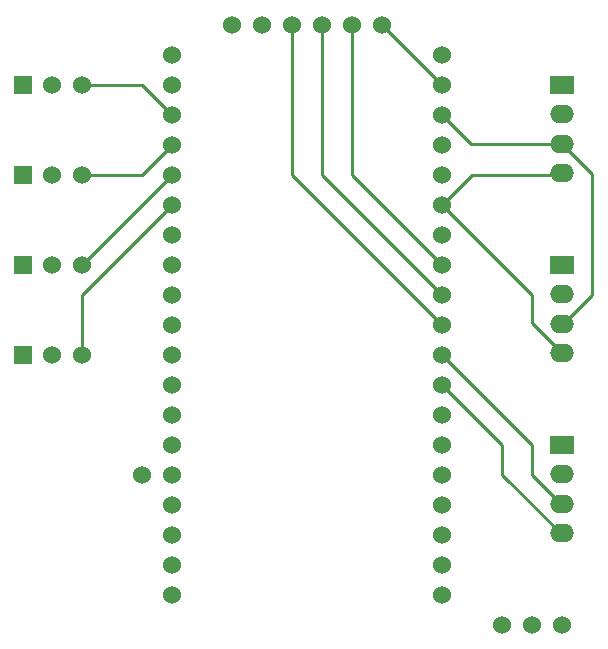
<source format=gbl>
G04 Layer_Physical_Order=2*
G04 Layer_Color=11436288*
%FSLAX25Y25*%
%MOIN*%
G70*
G01*
G75*
%ADD10C,0.01000*%
%ADD11C,0.06000*%
%ADD12R,0.06000X0.06000*%
%ADD13O,0.08000X0.06000*%
%ADD14R,0.08000X0.06000*%
D10*
X200000Y250000D02*
Y300000D01*
Y250000D02*
X250000Y200000D01*
X210000Y250000D02*
Y300000D01*
Y250000D02*
X250000Y210000D01*
X220000Y250000D02*
Y300000D01*
Y250000D02*
X250000Y220000D01*
X230000Y300000D02*
X250000Y280000D01*
X280000Y200472D02*
Y210000D01*
X250000Y240000D02*
X280000Y210000D01*
X289528Y250000D02*
X290000Y250472D01*
X260000Y250000D02*
X289528D01*
X259685Y260315D02*
X290000D01*
X250000Y270000D02*
X259685Y260315D01*
X280000Y200472D02*
X290000Y190472D01*
X250000Y240000D02*
X260000Y250000D01*
X290000Y200315D02*
X290315D01*
X300000Y210000D01*
Y250315D01*
X290000Y260315D02*
X300000Y250315D01*
X270000Y150000D02*
Y160000D01*
Y150000D02*
X289528Y130472D01*
X280000Y150000D02*
X289685Y140315D01*
X280000Y150000D02*
Y160000D01*
X250000Y190000D02*
X280000Y160000D01*
X289528Y130472D02*
X290000D01*
X250000Y180000D02*
X270000Y160000D01*
X289685Y140315D02*
X290000D01*
X130000Y280000D02*
X150000D01*
X160000Y270000D01*
X130000Y250000D02*
X150000D01*
X160000Y260000D01*
X130000Y210000D02*
X160000Y240000D01*
X130000Y190000D02*
Y210000D01*
Y220000D02*
X160000Y250000D01*
D11*
X290000Y100000D02*
D03*
X280000D02*
D03*
X270000D02*
D03*
X230000Y300000D02*
D03*
X220000D02*
D03*
X210000D02*
D03*
X200000D02*
D03*
X190000D02*
D03*
X180000D02*
D03*
X150000Y150000D02*
D03*
X130000Y190000D02*
D03*
X120158D02*
D03*
X130000Y220000D02*
D03*
X120158D02*
D03*
X130000Y250000D02*
D03*
X120158D02*
D03*
X130000Y280000D02*
D03*
X120158D02*
D03*
X250000Y290000D02*
D03*
Y280000D02*
D03*
Y270000D02*
D03*
Y260000D02*
D03*
Y250000D02*
D03*
Y240000D02*
D03*
Y230000D02*
D03*
Y220000D02*
D03*
Y210000D02*
D03*
Y200000D02*
D03*
Y190000D02*
D03*
Y180000D02*
D03*
Y170000D02*
D03*
Y160000D02*
D03*
Y150000D02*
D03*
Y140000D02*
D03*
Y130000D02*
D03*
Y120000D02*
D03*
Y110000D02*
D03*
X160000D02*
D03*
Y120000D02*
D03*
Y130000D02*
D03*
Y140000D02*
D03*
Y150000D02*
D03*
Y160000D02*
D03*
Y170000D02*
D03*
Y180000D02*
D03*
Y190000D02*
D03*
Y200000D02*
D03*
Y210000D02*
D03*
Y220000D02*
D03*
Y230000D02*
D03*
Y240000D02*
D03*
Y250000D02*
D03*
Y260000D02*
D03*
Y270000D02*
D03*
Y280000D02*
D03*
Y290000D02*
D03*
D12*
X110500Y190000D02*
D03*
Y220000D02*
D03*
Y250000D02*
D03*
Y280000D02*
D03*
D13*
X290000Y130472D02*
D03*
Y140315D02*
D03*
Y150157D02*
D03*
Y190472D02*
D03*
Y200315D02*
D03*
Y210157D02*
D03*
Y250472D02*
D03*
Y260315D02*
D03*
Y270158D02*
D03*
D14*
Y160000D02*
D03*
Y220000D02*
D03*
Y280000D02*
D03*
M02*

</source>
